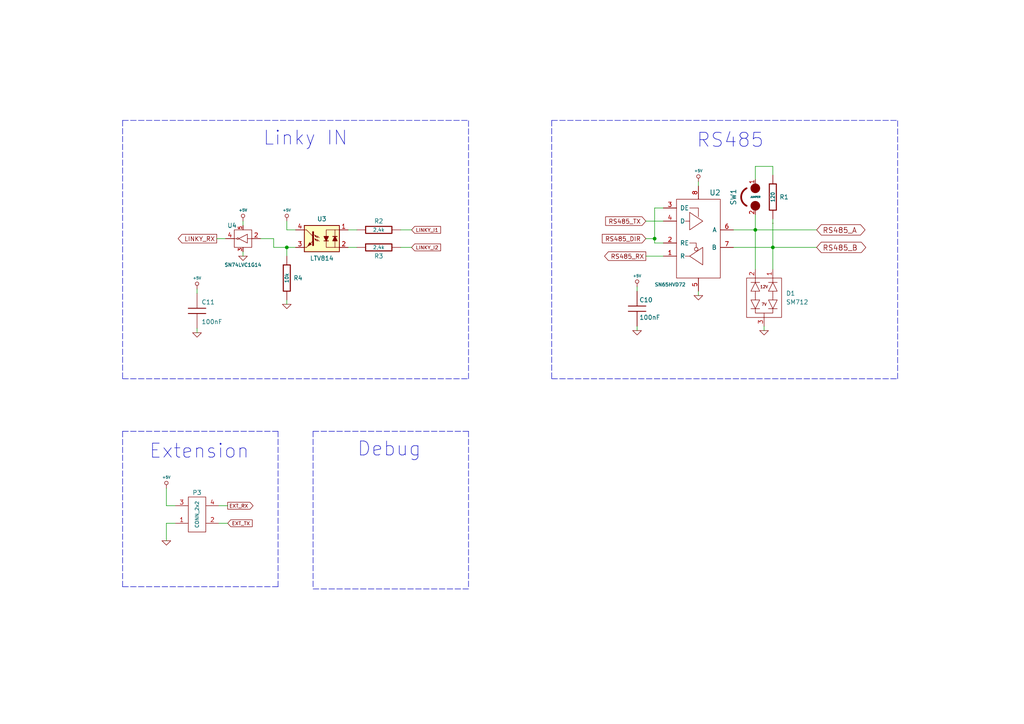
<source format=kicad_sch>
(kicad_sch (version 20211123) (generator eeschema)
  (paper "A4")
  (title_block (title "CowDIN power monitor - Communication interfaces") (date "2022-04-12") (rev "1") (company "Agilack") (comment 1 "License: CC-by-SA"))
  (lib_symbols
    (symbol "cowdin-3a-pwrmon:+5V" (power) (pin_names (offset 0))
      (property "Value" "+5V" (at 0 2.794 0))
      (symbol "+5V_0_0"
        (pin power_in line (at 0 0 90) (length 0) hide (name "+5V") (number "1"))
      )
      (symbol "+5V_0_1"
        (polyline (pts (xy 0 0) (xy 0 1.016) (xy 0 1.016)))
        (circle (center 0 1.524) (radius 0.508))
      )
    )
    (symbol "cowdin-3a-pwrmon:C" (pin_numbers hide) (pin_names (offset 0.254))
      (property "Reference" "C" (at 1.27 2.54 0))
      (property "Value" "C" (at 1.27 -2.54 0))
      (symbol "C_0_1"
        (polyline (pts (xy -2.54 -0.762) (xy 2.54 -0.762)) (stroke (width 0.254)))
        (polyline (pts (xy -2.54 0.762) (xy 2.54 0.762)) (stroke (width 0.254)))
      )
      (symbol "C_1_1"
        (pin passive line (at 0 5.08 270) (length 4.318) (name "~") (number "1"))
        (pin passive line (at 0 -5.08 90) (length 4.318) (name "~") (number "2"))
      )
    )
    (symbol "cowdin-3a-pwrmon:CONN_2x2" (pin_names (offset 1.016) hide)
      (property "Reference" "P" (at 0 8.89 0))
      (property "Value" "CONN_2x2" (at 0 0 90))
      (symbol "CONN_2x2_0_1"
        (rectangle (start -2.54 5.08) (end 2.54 -5.08))
      )
      (symbol "CONN_2x2_1_1"
        (pin passive line (at -6.35 2.54 0) (length 3.81) (name "P1") (number "1"))
        (pin passive line (at 6.35 2.54 180) (length 3.81) (name "PM") (number "2"))
        (pin passive line (at -6.35 -2.54 0) (length 3.81) (name "P3") (number "3"))
        (pin passive line (at 6.35 -2.54 180) (length 3.81) (name "~") (number "4"))
      )
    )
    (symbol "cowdin-3a-pwrmon:GND" (power) (pin_names (offset 0))
      (symbol "GND_0_1"
        (polyline (pts (xy -1.27 0) (xy 0 -1.27) (xy 1.27 0) (xy -1.27 0)))
      )
      (symbol "GND_1_1"
        (pin power_in line (at 0 0 90) (length 0) hide (name "GND") (number "1"))
      )
    )
    (symbol "cowdin-3a-pwrmon:JUMPER" (pin_names (offset 1.016))
      (property "Reference" "P" (at 0 -2.54 0))
      (property "Value" "JUMPER" (at 0 5.08 0))
      (symbol "JUMPER_0_1"
        (circle (center -2.54 0) (radius 1.27) (stroke (width 0.254)) (fill (type outline)))
        (circle (center 2.54 0) (radius 1.27) (stroke (width 0.254)) (fill (type outline)))
        (arc (start 2.54 2.54) (mid 0 4.1098) (end -2.54 2.54) (stroke (width 0.508)))
        (circle (center 7.62 -5.08) (radius 0.0001))
      )
      (symbol "JUMPER_1_1"
        (pin bidirectional line (at -5.08 0 0) (length 1.27) (name "~") (number "1"))
        (pin bidirectional line (at 5.08 0 180) (length 1.27) (name "~") (number "2"))
      )
    )
    (symbol "cowdin-3a-pwrmon:LTV814" (pin_names (offset 1.016))
      (property "Reference" "U" (at -5.08 5.08 0))
      (property "Value" "LTV814" (at 0 5.08 0))
      (symbol "LTV814_0_1"
        (rectangle (start -5.08 2.54) (end -3.81 2.54))
        (rectangle (start -5.08 3.81) (end 5.08 -3.81) (stroke (width 0.254)) (fill (type background)))
        (rectangle (start -3.81 -2.54) (end -5.08 -2.54))
        (rectangle (start -3.81 0) (end -3.81 -2.54))
        (rectangle (start -3.81 0) (end -3.81 2.54))
        (polyline (pts (xy -1.905 -0.635) (xy -0.635 -0.635)) (stroke (width 0.254)))
        (polyline (pts (xy 2.54 0.635) (xy 4.445 2.54)))
        (polyline (pts (xy 4.445 -2.54) (xy 2.54 -0.635)) (fill (type outline)))
        (polyline (pts (xy 4.445 -2.54) (xy 5.08 -2.54)))
        (polyline (pts (xy 4.445 2.54) (xy 5.08 2.54)))
        (polyline (pts (xy -3.81 2.54) (xy -1.27 2.54) (xy -1.27 0.635)))
        (polyline (pts (xy -1.27 -0.635) (xy -1.27 -2.54) (xy -3.81 -2.54)))
        (polyline (pts (xy 2.54 1.905) (xy 2.54 -1.905) (xy 2.54 -1.905)) (stroke (width 0.508)))
        (polyline (pts (xy -1.27 -0.635) (xy -1.905 0.635) (xy -0.635 0.635) (xy -1.27 -0.635)) (stroke (width 0.254)) (fill (type outline)))
        (polyline (pts (xy 0.762 0.254) (xy 1.2954 0.762) (xy 1.2954 0.254) (xy 2.0574 1.016)))
        (polyline (pts (xy 2.0574 1.016) (xy 1.5494 0.762) (xy 1.8034 0.508) (xy 2.0574 1.016)))
        (polyline (pts (xy 3.048 -1.651) (xy 3.556 -1.143) (xy 4.064 -2.159) (xy 3.048 -1.651) (xy 3.048 -1.651)) (fill (type outline)))
        (polyline (pts (xy 0.762 -0.762) (xy 1.2954 -0.254) (xy 1.2954 -0.762) (xy 2.0574 0) (xy 1.5494 -0.254) (xy 1.8034 -0.508) (xy 2.0574 0)))
      )
      (symbol "LTV814_1_1"
        (polyline (pts (xy -3.175 0.635) (xy -4.445 0.635)) (stroke (width 0.254)))
        (polyline (pts (xy -3.81 0.635) (xy -3.175 -0.635) (xy -4.445 -0.635) (xy -3.81 0.635)) (stroke (width 0.254)) (fill (type outline)))
        (pin passive line (at -7.62 2.54 0) (length 2.54) (name "~") (number "1"))
        (pin passive line (at -7.62 -2.54 0) (length 2.54) (name "~") (number "2"))
        (pin passive line (at 7.62 -2.54 180) (length 2.54) (name "~") (number "3"))
        (pin passive line (at 7.62 2.54 180) (length 2.54) (name "~") (number "4"))
      )
    )
    (symbol "cowdin-3a-pwrmon:R" (pin_numbers hide) (pin_names (offset 0))
      (property "Reference" "R" (at 2.032 0 90))
      (property "Value" "R" (at 0 0 90))
      (symbol "R_0_1"
        (rectangle (start -1.016 3.81) (end 1.016 -3.81) (stroke (width 0.3048)))
      )
      (symbol "R_1_1"
        (pin passive line (at 0 6.35 270) (length 2.54) (name "~") (number "1"))
        (pin passive line (at 0 -6.35 90) (length 2.54) (name "~") (number "2"))
      )
    )
    (symbol "cowdin-3a-pwrmon:SM712"
      (property "Reference" "D" (at -6.35 0 90))
      (property "Value" "SM712" (at 6.35 0 90))
      (symbol "SM712_0_0"
        (text "12V" (at 0 2.54 0) (effects (font (size 0.8 0.8))))
        (text "7V" (at 0 -2.54 0) (effects (font (size 0.8 0.8))))
      )
      (symbol "SM712_0_1"
        (rectangle (start -5.08 5.08) (end 5.08 -6.35))
        (polyline (pts (xy -3.81 -3.81) (xy -1.27 -3.81)))
        (polyline (pts (xy -3.81 3.81) (xy -1.27 3.81)))
        (polyline (pts (xy -2.54 1.27) (xy -2.54 -1.27)))
        (polyline (pts (xy -2.54 3.81) (xy -2.54 5.08)))
        (polyline (pts (xy 0 -6.35) (xy 0 -5.08)))
        (polyline (pts (xy 1.27 -3.81) (xy 3.81 -3.81)))
        (polyline (pts (xy 1.27 3.81) (xy 3.81 3.81)))
        (polyline (pts (xy 2.54 1.27) (xy 2.54 -1.27)))
        (polyline (pts (xy 2.54 3.81) (xy 2.54 5.08)))
        (polyline (pts (xy -3.81 1.27) (xy -2.54 3.81) (xy -1.27 1.27) (xy -3.81 1.27)))
        (polyline (pts (xy -2.54 -3.81) (xy -2.54 -5.08) (xy 2.54 -5.08) (xy 2.54 -3.81)))
        (polyline (pts (xy -1.27 -1.27) (xy -2.54 -3.81) (xy -3.81 -1.27) (xy -1.27 -1.27)))
        (polyline (pts (xy 1.27 1.27) (xy 2.54 3.81) (xy 3.81 1.27) (xy 1.27 1.27)))
        (polyline (pts (xy 3.81 -1.27) (xy 2.54 -3.81) (xy 1.27 -1.27) (xy 3.81 -1.27)))
      )
      (symbol "SM712_1_1"
        (pin input line (at 2.54 7.62 270) (length 2.54) (name "~") (number "1"))
        (pin input line (at -2.54 7.62 270) (length 2.54) (name "~") (number "2"))
        (pin power_in line (at 0 -8.89 90) (length 2.54) (name "~") (number "3"))
      )
    )
    (symbol "cowdin-3a-pwrmon:SN65HVD72" (pin_names (offset 1.016))
      (property "Reference" "U" (at 3.81 13.97 0))
      (property "Value" "SN65HVD72" (at 0 -10.16 0))
      (symbol "SN65HVD72_0_1"
        (rectangle (start -6.35 11.43) (end 6.35 -11.43))
        (circle (center -0.635 -3.048) (radius 0.508))
        (polyline (pts (xy -3.81 -5.08) (xy -2.54 -5.08)))
        (polyline (pts (xy -3.81 5.08) (xy -2.54 5.08)))
        (polyline (pts (xy -2.54 -1.27) (xy -0.635 -1.27) (xy -0.635 -2.54)))
        (polyline (pts (xy -2.54 8.89) (xy 0 8.89) (xy 0 6.35)))
        (polyline (pts (xy -2.54 7.62) (xy -2.54 2.54) (xy 1.27 5.08) (xy -2.54 7.62)))
        (polyline (pts (xy 1.27 -2.54) (xy -2.54 -5.08) (xy 1.27 -7.62) (xy 1.27 -2.54)))
      )
      (symbol "SN65HVD72_1_1"
        (pin output line (at -10.16 -5.08 0) (length 3.81) (name "R") (number "1"))
        (pin input line (at -10.16 -1.27 0) (length 3.81) (name "RE") (number "2"))
        (pin input line (at -10.16 8.89 0) (length 3.81) (name "DE") (number "3"))
        (pin input line (at -10.16 5.08 0) (length 3.81) (name "D") (number "4"))
        (pin power_in line (at 0 -15.24 90) (length 3.81) (name "~") (number "5"))
        (pin bidirectional line (at 10.16 2.54 180) (length 3.81) (name "A") (number "6"))
        (pin bidirectional line (at 10.16 -2.54 180) (length 3.81) (name "B") (number "7"))
        (pin power_in line (at 0 15.24 270) (length 3.81) (name "~") (number "8"))
      )
    )
    (symbol "cowdin-3a-pwrmon:SN74LVC1G14" (pin_names (offset 1.016) hide)
      (property "Reference" "U" (at 2.54 3.81 0))
      (property "Value" "SN74LVC1G14" (at 7.62 -3.81 0))
      (symbol "SN74LVC1G14_0_1"
        (rectangle (start -2.54 2.54) (end 2.54 -2.54))
        (polyline (pts (xy -2.54 0) (xy -1.27 0)))
        (polyline (pts (xy 1.778 0) (xy 2.54 0)))
        (polyline (pts (xy -1.27 1.27) (xy 1.27 0) (xy -1.27 -1.27) (xy -1.27 1.27)))
        (circle (center 1.524 0) (radius 0.254))
      )
      (symbol "SN74LVC1G14_1_1"
        (pin input line (at -5.08 0 0) (length 2.54) (name "A") (number "2"))
        (pin power_in line (at 0 -3.81 90) (length 1.27) (name "~") (number "3"))
        (pin output line (at 5.08 0 180) (length 2.54) (name "Y") (number "4"))
        (pin power_in line (at 0 3.81 270) (length 1.27) (name "~") (number "5"))
      )
    )
  )
  (junction (at 224.155 71.755))
  (junction (at 83.185 71.755))
  (junction (at 219.075 66.675))
  (junction (at 189.865 69.215))
  (wire (pts (xy 75.565 69.215) (xy 79.375 69.215)))
  (polyline (pts (xy 35.56 34.925) (xy 35.56 109.855)))
  (wire (pts (xy 189.865 60.325) (xy 192.405 60.325)))
  (wire (pts (xy 224.155 63.5) (xy 224.155 71.755)))
  (wire (pts (xy 219.075 66.675) (xy 236.855 66.675)))
  (wire (pts (xy 187.325 74.295) (xy 192.405 74.295)))
  (wire (pts (xy 212.725 71.755) (xy 224.155 71.755)))
  (polyline (pts (xy 90.805 170.815) (xy 135.89 170.815)))
  (wire (pts (xy 184.785 83.185) (xy 184.785 84.455)))
  (polyline (pts (xy 135.89 109.855) (xy 135.89 34.925)))
  (wire (pts (xy 202.565 84.455) (xy 202.565 85.725)))
  (wire (pts (xy 48.26 146.685) (xy 50.8 146.685)))
  (polyline (pts (xy 35.56 125.095) (xy 35.56 170.18)))
  (polyline (pts (xy 90.805 125.095) (xy 135.89 125.095)))
  (polyline (pts (xy 35.56 109.855) (xy 135.89 109.855)))
  (wire (pts (xy 187.325 69.215) (xy 189.865 69.215)))
  (wire (pts (xy 70.485 73.025) (xy 70.485 74.295)))
  (wire (pts (xy 187.325 64.135) (xy 192.405 64.135)))
  (wire (pts (xy 79.375 71.755) (xy 83.185 71.755)))
  (wire (pts (xy 83.185 66.675) (xy 85.725 66.675)))
  (polyline (pts (xy 90.805 170.18) (xy 90.805 125.095)))
  (wire (pts (xy 79.375 69.215) (xy 79.375 71.755)))
  (polyline (pts (xy 160.02 109.855) (xy 260.35 109.855)))
  (wire (pts (xy 116.205 66.675) (xy 119.38 66.675)))
  (polyline (pts (xy 160.02 34.925) (xy 260.35 34.925)))
  (wire (pts (xy 219.075 66.675) (xy 219.075 78.105)))
  (wire (pts (xy 224.155 48.26) (xy 224.155 50.8)))
  (wire (pts (xy 189.865 69.215) (xy 189.865 60.325)))
  (polyline (pts (xy 35.56 170.18) (xy 80.645 170.18)))
  (wire (pts (xy 184.785 94.615) (xy 184.785 95.885)))
  (wire (pts (xy 219.075 62.23) (xy 219.075 66.675)))
  (wire (pts (xy 116.205 71.755) (xy 119.38 71.755)))
  (wire (pts (xy 83.185 86.995) (xy 83.185 88.265)))
  (wire (pts (xy 219.075 52.07) (xy 219.075 48.26)))
  (wire (pts (xy 83.185 64.135) (xy 83.185 66.675)))
  (polyline (pts (xy 35.56 125.095) (xy 80.645 125.095)))
  (polyline (pts (xy 160.02 34.925) (xy 160.02 109.855)))
  (wire (pts (xy 83.185 71.755) (xy 83.185 74.295)))
  (wire (pts (xy 85.725 71.755) (xy 83.185 71.755)))
  (wire (pts (xy 63.5 151.765) (xy 66.04 151.765)))
  (wire (pts (xy 100.965 66.675) (xy 103.505 66.675)))
  (wire (pts (xy 192.405 70.485) (xy 189.865 70.485)))
  (wire (pts (xy 224.155 71.755) (xy 236.855 71.755)))
  (polyline (pts (xy 135.89 170.18) (xy 135.89 125.095)))
  (wire (pts (xy 219.075 48.26) (xy 224.155 48.26)))
  (polyline (pts (xy 260.35 109.855) (xy 260.35 34.925)))
  (wire (pts (xy 48.26 156.845) (xy 48.26 151.765)))
  (wire (pts (xy 224.155 71.755) (xy 224.155 78.105)))
  (wire (pts (xy 221.615 94.615) (xy 221.615 95.885)))
  (polyline (pts (xy 35.56 34.925) (xy 135.89 34.925)))
  (wire (pts (xy 202.565 52.705) (xy 202.565 53.975)))
  (wire (pts (xy 48.26 141.605) (xy 48.26 146.685)))
  (polyline (pts (xy 80.645 170.18) (xy 80.645 125.095)))
  (wire (pts (xy 57.15 95.25) (xy 57.15 96.52)))
  (wire (pts (xy 189.865 70.485) (xy 189.865 69.215)))
  (wire (pts (xy 62.865 69.215) (xy 65.405 69.215)))
  (wire (pts (xy 70.485 64.135) (xy 70.485 65.405)))
  (wire (pts (xy 63.5 146.685) (xy 66.04 146.685)))
  (wire (pts (xy 48.26 151.765) (xy 50.8 151.765)))
  (wire (pts (xy 100.965 71.755) (xy 103.505 71.755)))
  (wire (pts (xy 212.725 66.675) (xy 219.075 66.675)))
  (wire (pts (xy 57.15 83.82) (xy 57.15 85.09)))
  (text "Linky IN" (at 76.2 42.545 0) (effects (font (size 4.064 4.064)) (justify left bottom)))
  (text "RS485" (at 201.93 43.18 0) (effects (font (size 4.064 4.064)) (justify left bottom)))
  (text "Extension" (at 43.18 133.35 0) (effects (font (size 4.064 4.064)) (justify left bottom)))
  (text "Debug" (at 103.505 132.715 0) (effects (font (size 4.064 4.064)) (justify left bottom)))
  (global_label "RS485_B" (shape bidirectional) (at 236.855 71.755 0) (effects (font (size 1.524 1.524))) (property "Intersheet References" "${INTERSHEET_REFS}" (effects hide)))
  (global_label "RS485_DIR" (shape input) (at 187.325 69.215 180) (property "Intersheet References" "${INTERSHEET_REFS}" (effects hide)))
  (global_label "RS485_A" (shape bidirectional) (at 236.855 66.675 0) (effects (font (size 1.524 1.524))) (property "Intersheet References" "${INTERSHEET_REFS}" (effects hide)))
  (global_label "EXT_RX" (shape output) (at 66.04 146.685 0) (effects (font (size 1.016 1.016))) (property "Intersheet References" "${INTERSHEET_REFS}" (effects hide)))
  (global_label "LINKY_RX" (shape output) (at 62.865 69.215 180) (property "Intersheet References" "${INTERSHEET_REFS}" (effects hide)))
  (global_label "EXT_TX" (shape input) (at 66.04 151.765 0) (effects (font (size 1.016 1.016))) (property "Intersheet References" "${INTERSHEET_REFS}" (effects hide)))
  (global_label "LINKY_I2" (shape input) (at 119.38 71.755 0) (effects (font (size 1.016 1.016))) (property "Intersheet References" "${INTERSHEET_REFS}" (effects hide)))
  (global_label "LINKY_I1" (shape input) (at 119.38 66.675 0) (effects (font (size 1.016 1.016))) (property "Intersheet References" "${INTERSHEET_REFS}" (effects hide)))
  (global_label "RS485_TX" (shape input) (at 187.325 64.135 180) (property "Intersheet References" "${INTERSHEET_REFS}" (effects hide)))
  (global_label "RS485_RX" (shape output) (at 187.325 74.295 180) (property "Intersheet References" "${INTERSHEET_REFS}" (effects hide)))
  (symbol (lib_id "cowdin-3a-pwrmon:LTV814") (at 93.345 69.215 0) (mirror y) (unit 1)
    (property "Reference" "U3" (at 93.345 63.5 0))
    (property "Value" "LTV814" (at 93.345 74.93 0))
    (property "Footprint" "cowdin-3a-pwrmon:SMD4" (effects hide))
  )
  (symbol (lib_id "cowdin-3a-pwrmon:GND") (at 70.485 74.295 0) (unit 1)
    (property "Reference" "#PWR0112" (effects hide))
    (property "Value" "GND" (effects hide))
  )
  (symbol (lib_id "cowdin-3a-pwrmon:C") (at 57.15 90.17 0) (unit 1)
    (property "Reference" "C11" (at 58.42 87.63 0) (effects (justify left)))
    (property "Value" "100nF" (at 58.42 93.345 0) (effects (justify left)))
    (property "Footprint" "cowdin-3a-pwrmon:SMD0603" (effects hide))
  )
  (symbol (lib_id "cowdin-3a-pwrmon:CONN_2x2") (at 57.15 149.225 0) (mirror x) (unit 1)
    (property "Reference" "P3" (at 57.15 142.875 0))
    (property "Value" "CONN_2x2" (at 57.15 149.225 90) (effects (font (size 1.016 1.016))))
    (property "Footprint" "cowdin-3a-pwrmon:CONN_SMD2x2" (effects hide))
  )
  (symbol (lib_id "cowdin-3a-pwrmon:+5V") (at 184.785 83.185 0) (unit 1)
    (property "Reference" "#PWR0105" (effects hide))
    (property "Value" "+5V" (at 184.785 80.01 0) (effects (font (size 0.762 0.762))))
  )
  (symbol (lib_id "cowdin-3a-pwrmon:+5V") (at 57.15 83.82 0) (unit 1)
    (property "Reference" "#PWR0109" (effects hide))
    (property "Value" "+5V" (at 57.15 80.645 0) (effects (font (size 0.762 0.762))))
  )
  (symbol (lib_id "cowdin-3a-pwrmon:R") (at 83.185 80.645 0) (unit 1)
    (property "Reference" "R4" (at 85.09 80.645 0) (effects (justify left)))
    (property "Value" "10k" (at 83.185 80.645 90) (effects (font (size 1.016 1.016))))
    (property "Footprint" "cowdin-3a-pwrmon:SMD0603" (effects hide))
  )
  (symbol (lib_id "cowdin-3a-pwrmon:C") (at 184.785 89.535 0) (unit 1)
    (property "Reference" "C10" (at 185.42 86.995 0) (effects (justify left)))
    (property "Value" "100nF" (at 185.42 92.075 0) (effects (justify left)))
    (property "Footprint" "cowdin-3a-pwrmon:SMD0603" (effects hide))
  )
  (symbol (lib_id "cowdin-3a-pwrmon:+5V") (at 202.565 52.705 0) (unit 1)
    (property "Reference" "#PWR0104" (effects hide))
    (property "Value" "+5V" (at 202.565 49.53 0) (effects (font (size 0.762 0.762))))
  )
  (symbol (lib_id "cowdin-3a-pwrmon:JUMPER") (at 219.075 57.15 90) (mirror x) (unit 1)
    (property "Reference" "SW1" (at 212.725 57.15 0) (effects (font (size 1.524 1.524))))
    (property "Value" "JUMPER" (at 219.075 57.15 90) (effects (font (size 0.5 0.5))))
    (property "Footprint" "cowdin-3a-pwrmon:SW_450301014042" (effects hide))
  )
  (symbol (lib_id "cowdin-3a-pwrmon:SN65HVD72") (at 202.565 69.215 0) (unit 1)
    (property "Reference" "U2" (at 205.74 55.88 0) (effects (font (size 1.524 1.524)) (justify left)))
    (property "Value" "SN65HVD72" (at 189.865 82.55 0) (effects (font (size 1.016 1.016)) (justify left)))
    (property "Footprint" "cowdin-3a-pwrmon:SOIC-8E" (effects hide))
  )
  (symbol (lib_id "cowdin-3a-pwrmon:+5V") (at 70.485 64.135 0) (unit 1)
    (property "Reference" "#PWR0111" (effects hide))
    (property "Value" "+5V" (at 70.485 60.96 0) (effects (font (size 0.762 0.762))))
  )
  (symbol (lib_id "cowdin-3a-pwrmon:GND") (at 48.26 156.845 0) (unit 1)
    (property "Reference" "#PWR0113" (effects hide))
    (property "Value" "GND" (effects hide))
  )
  (symbol (lib_id "cowdin-3a-pwrmon:GND") (at 57.15 96.52 0) (unit 1)
    (property "Reference" "#PWR0110" (effects hide))
    (property "Value" "GND" (effects hide))
  )
  (symbol (lib_id "cowdin-3a-pwrmon:+5V") (at 48.26 141.605 0) (unit 1)
    (property "Reference" "#PWR0114" (effects hide))
    (property "Value" "+5V" (at 48.26 138.43 0) (effects (font (size 0.762 0.762))))
  )
  (symbol (lib_id "cowdin-3a-pwrmon:SN74LVC1G14") (at 70.485 69.215 0) (mirror y) (unit 1)
    (property "Reference" "U4" (at 67.31 65.405 0))
    (property "Value" "SN74LVC1G14" (at 70.485 76.835 0) (effects (font (size 1.016 1.016))))
    (property "Footprint" "cowdin-3a-pwrmon:SOT23-5" (effects hide))
  )
  (symbol (lib_id "cowdin-3a-pwrmon:R") (at 109.855 71.755 90) (unit 1)
    (property "Reference" "R3" (at 109.855 74.295 90))
    (property "Value" "2,4k" (at 109.855 71.755 90) (effects (font (size 1.016 1.016))))
    (property "Footprint" "cowdin-3a-pwrmon:SMD0805" (effects hide))
  )
  (symbol (lib_id "cowdin-3a-pwrmon:GND") (at 83.185 88.265 0) (unit 1)
    (property "Reference" "#PWR0107" (effects hide))
    (property "Value" "GND" (effects hide))
  )
  (symbol (lib_id "cowdin-3a-pwrmon:R") (at 224.155 57.15 0) (unit 1)
    (property "Reference" "R1" (at 226.06 57.15 0) (effects (justify left)))
    (property "Value" "120" (at 224.155 57.15 90) (effects (font (size 1.016 1.016))))
    (property "Footprint" "cowdin-3a-pwrmon:SMD1206" (effects hide))
  )
  (symbol (lib_id "cowdin-3a-pwrmon:GND") (at 221.615 95.885 0) (unit 1)
    (property "Reference" "#PWR0102" (effects hide))
    (property "Value" "GND" (effects hide))
  )
  (symbol (lib_id "cowdin-3a-pwrmon:SM712") (at 221.615 85.725 0) (unit 1)
    (property "Reference" "D1" (at 227.965 85.0899 0) (effects (justify left)))
    (property "Value" "SM712" (at 227.965 87.6299 0) (effects (justify left)))
    (property "Footprint" "cowdin-3a-pwrmon:SOT23-3" (effects hide))
  )
  (symbol (lib_id "cowdin-3a-pwrmon:R") (at 109.855 66.675 90) (unit 1)
    (property "Reference" "R2" (at 109.855 64.135 90))
    (property "Value" "2,4k" (at 109.855 66.675 90) (effects (font (size 1.016 1.016))))
    (property "Footprint" "cowdin-3a-pwrmon:SMD0805" (effects hide))
  )
  (symbol (lib_id "cowdin-3a-pwrmon:GND") (at 202.565 85.725 0) (unit 1)
    (property "Reference" "#PWR0103" (effects hide))
    (property "Value" "GND" (effects hide))
  )
  (symbol (lib_id "cowdin-3a-pwrmon:GND") (at 184.785 95.885 0) (unit 1)
    (property "Reference" "#PWR0106" (effects hide))
    (property "Value" "GND" (effects hide))
  )
  (symbol (lib_id "cowdin-3a-pwrmon:+5V") (at 83.185 64.135 0) (unit 1)
    (property "Reference" "#PWR0108" (effects hide))
    (property "Value" "+5V" (at 83.185 60.96 0) (effects (font (size 0.762 0.762))))
  )
)
</source>
